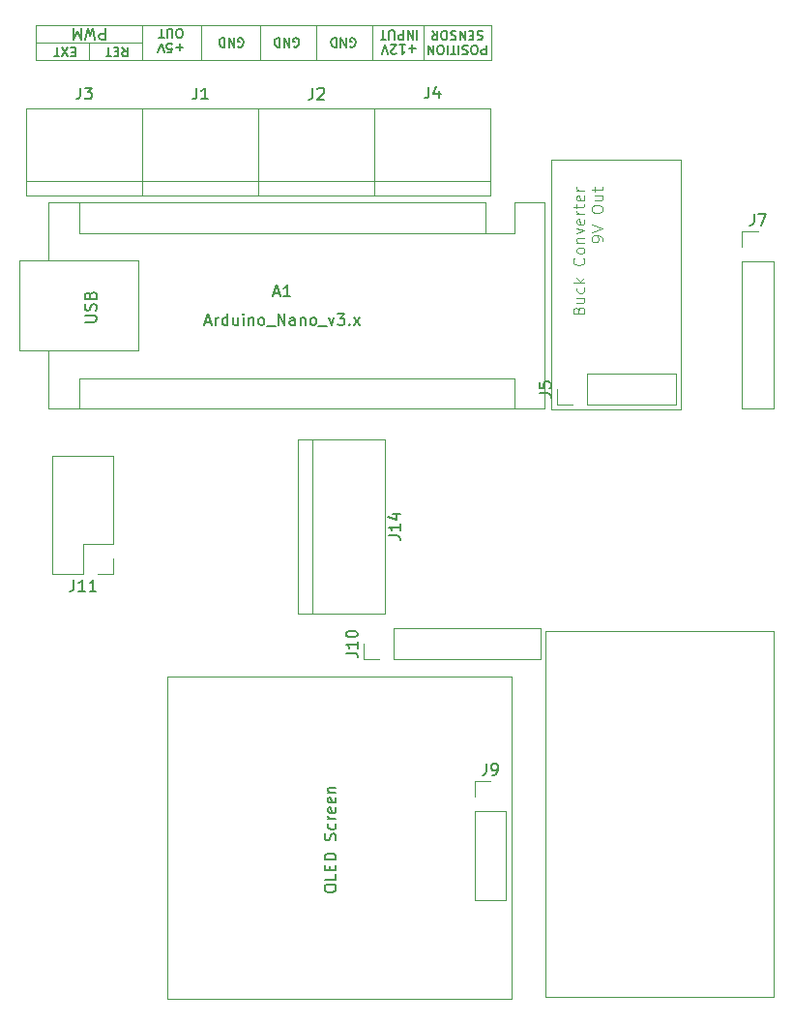
<source format=gto>
G04 #@! TF.GenerationSoftware,KiCad,Pcbnew,9.0.4*
G04 #@! TF.CreationDate,2025-10-29T14:56:39-04:00*
G04 #@! TF.ProjectId,ArduinoBoard,41726475-696e-46f4-926f-6172642e6b69,1*
G04 #@! TF.SameCoordinates,Original*
G04 #@! TF.FileFunction,Legend,Top*
G04 #@! TF.FilePolarity,Positive*
%FSLAX46Y46*%
G04 Gerber Fmt 4.6, Leading zero omitted, Abs format (unit mm)*
G04 Created by KiCad (PCBNEW 9.0.4) date 2025-10-29 14:56:39*
%MOMM*%
%LPD*%
G01*
G04 APERTURE LIST*
%ADD10C,0.200000*%
%ADD11C,0.100000*%
%ADD12C,0.150000*%
%ADD13C,0.120000*%
G04 APERTURE END LIST*
D10*
X48132142Y-42552352D02*
X47865476Y-42552352D01*
X47751190Y-42133304D02*
X48132142Y-42133304D01*
X48132142Y-42133304D02*
X48132142Y-42933304D01*
X48132142Y-42933304D02*
X47751190Y-42933304D01*
X47484523Y-42933304D02*
X46951189Y-42133304D01*
X46951189Y-42933304D02*
X47484523Y-42133304D01*
X46760713Y-42933304D02*
X46303570Y-42933304D01*
X46532142Y-42133304D02*
X46532142Y-42933304D01*
X69972219Y-115797143D02*
X69972219Y-115606667D01*
X69972219Y-115606667D02*
X70019838Y-115511429D01*
X70019838Y-115511429D02*
X70115076Y-115416191D01*
X70115076Y-115416191D02*
X70305552Y-115368572D01*
X70305552Y-115368572D02*
X70638885Y-115368572D01*
X70638885Y-115368572D02*
X70829361Y-115416191D01*
X70829361Y-115416191D02*
X70924600Y-115511429D01*
X70924600Y-115511429D02*
X70972219Y-115606667D01*
X70972219Y-115606667D02*
X70972219Y-115797143D01*
X70972219Y-115797143D02*
X70924600Y-115892381D01*
X70924600Y-115892381D02*
X70829361Y-115987619D01*
X70829361Y-115987619D02*
X70638885Y-116035238D01*
X70638885Y-116035238D02*
X70305552Y-116035238D01*
X70305552Y-116035238D02*
X70115076Y-115987619D01*
X70115076Y-115987619D02*
X70019838Y-115892381D01*
X70019838Y-115892381D02*
X69972219Y-115797143D01*
X70972219Y-114463810D02*
X70972219Y-114940000D01*
X70972219Y-114940000D02*
X69972219Y-114940000D01*
X70448409Y-114130476D02*
X70448409Y-113797143D01*
X70972219Y-113654286D02*
X70972219Y-114130476D01*
X70972219Y-114130476D02*
X69972219Y-114130476D01*
X69972219Y-114130476D02*
X69972219Y-113654286D01*
X70972219Y-113225714D02*
X69972219Y-113225714D01*
X69972219Y-113225714D02*
X69972219Y-112987619D01*
X69972219Y-112987619D02*
X70019838Y-112844762D01*
X70019838Y-112844762D02*
X70115076Y-112749524D01*
X70115076Y-112749524D02*
X70210314Y-112701905D01*
X70210314Y-112701905D02*
X70400790Y-112654286D01*
X70400790Y-112654286D02*
X70543647Y-112654286D01*
X70543647Y-112654286D02*
X70734123Y-112701905D01*
X70734123Y-112701905D02*
X70829361Y-112749524D01*
X70829361Y-112749524D02*
X70924600Y-112844762D01*
X70924600Y-112844762D02*
X70972219Y-112987619D01*
X70972219Y-112987619D02*
X70972219Y-113225714D01*
X70924600Y-111511428D02*
X70972219Y-111368571D01*
X70972219Y-111368571D02*
X70972219Y-111130476D01*
X70972219Y-111130476D02*
X70924600Y-111035238D01*
X70924600Y-111035238D02*
X70876980Y-110987619D01*
X70876980Y-110987619D02*
X70781742Y-110940000D01*
X70781742Y-110940000D02*
X70686504Y-110940000D01*
X70686504Y-110940000D02*
X70591266Y-110987619D01*
X70591266Y-110987619D02*
X70543647Y-111035238D01*
X70543647Y-111035238D02*
X70496028Y-111130476D01*
X70496028Y-111130476D02*
X70448409Y-111320952D01*
X70448409Y-111320952D02*
X70400790Y-111416190D01*
X70400790Y-111416190D02*
X70353171Y-111463809D01*
X70353171Y-111463809D02*
X70257933Y-111511428D01*
X70257933Y-111511428D02*
X70162695Y-111511428D01*
X70162695Y-111511428D02*
X70067457Y-111463809D01*
X70067457Y-111463809D02*
X70019838Y-111416190D01*
X70019838Y-111416190D02*
X69972219Y-111320952D01*
X69972219Y-111320952D02*
X69972219Y-111082857D01*
X69972219Y-111082857D02*
X70019838Y-110940000D01*
X70924600Y-110082857D02*
X70972219Y-110178095D01*
X70972219Y-110178095D02*
X70972219Y-110368571D01*
X70972219Y-110368571D02*
X70924600Y-110463809D01*
X70924600Y-110463809D02*
X70876980Y-110511428D01*
X70876980Y-110511428D02*
X70781742Y-110559047D01*
X70781742Y-110559047D02*
X70496028Y-110559047D01*
X70496028Y-110559047D02*
X70400790Y-110511428D01*
X70400790Y-110511428D02*
X70353171Y-110463809D01*
X70353171Y-110463809D02*
X70305552Y-110368571D01*
X70305552Y-110368571D02*
X70305552Y-110178095D01*
X70305552Y-110178095D02*
X70353171Y-110082857D01*
X70972219Y-109654285D02*
X70305552Y-109654285D01*
X70496028Y-109654285D02*
X70400790Y-109606666D01*
X70400790Y-109606666D02*
X70353171Y-109559047D01*
X70353171Y-109559047D02*
X70305552Y-109463809D01*
X70305552Y-109463809D02*
X70305552Y-109368571D01*
X70924600Y-108654285D02*
X70972219Y-108749523D01*
X70972219Y-108749523D02*
X70972219Y-108939999D01*
X70972219Y-108939999D02*
X70924600Y-109035237D01*
X70924600Y-109035237D02*
X70829361Y-109082856D01*
X70829361Y-109082856D02*
X70448409Y-109082856D01*
X70448409Y-109082856D02*
X70353171Y-109035237D01*
X70353171Y-109035237D02*
X70305552Y-108939999D01*
X70305552Y-108939999D02*
X70305552Y-108749523D01*
X70305552Y-108749523D02*
X70353171Y-108654285D01*
X70353171Y-108654285D02*
X70448409Y-108606666D01*
X70448409Y-108606666D02*
X70543647Y-108606666D01*
X70543647Y-108606666D02*
X70638885Y-109082856D01*
X70924600Y-107797142D02*
X70972219Y-107892380D01*
X70972219Y-107892380D02*
X70972219Y-108082856D01*
X70972219Y-108082856D02*
X70924600Y-108178094D01*
X70924600Y-108178094D02*
X70829361Y-108225713D01*
X70829361Y-108225713D02*
X70448409Y-108225713D01*
X70448409Y-108225713D02*
X70353171Y-108178094D01*
X70353171Y-108178094D02*
X70305552Y-108082856D01*
X70305552Y-108082856D02*
X70305552Y-107892380D01*
X70305552Y-107892380D02*
X70353171Y-107797142D01*
X70353171Y-107797142D02*
X70448409Y-107749523D01*
X70448409Y-107749523D02*
X70543647Y-107749523D01*
X70543647Y-107749523D02*
X70638885Y-108225713D01*
X70305552Y-107320951D02*
X70972219Y-107320951D01*
X70400790Y-107320951D02*
X70353171Y-107273332D01*
X70353171Y-107273332D02*
X70305552Y-107178094D01*
X70305552Y-107178094D02*
X70305552Y-107035237D01*
X70305552Y-107035237D02*
X70353171Y-106939999D01*
X70353171Y-106939999D02*
X70448409Y-106892380D01*
X70448409Y-106892380D02*
X70972219Y-106892380D01*
D11*
X89290104Y-93194000D02*
X109290104Y-93194000D01*
X109290104Y-125194000D01*
X89290104Y-125194000D01*
X89290104Y-93194000D01*
X89850000Y-52000000D02*
X101200000Y-52000000D01*
X101200000Y-73800000D01*
X89850000Y-73800000D01*
X89850000Y-52000000D01*
X56240104Y-97144000D02*
X86340104Y-97144000D01*
X86340104Y-125394000D01*
X56240104Y-125394000D01*
X56240104Y-97144000D01*
X78650000Y-43250000D02*
X78650000Y-40210000D01*
X44727500Y-40170000D02*
X54000000Y-40170000D01*
X54000000Y-43290000D01*
X44727500Y-43290000D01*
X44727500Y-40170000D01*
X44727500Y-41730000D02*
X54000000Y-41730000D01*
X69278750Y-43290000D02*
X69278750Y-40200000D01*
X64357500Y-40180000D02*
X74200000Y-40180000D01*
X74200000Y-43290000D01*
X64357500Y-43290000D01*
X64357500Y-40180000D01*
X59203750Y-43290000D02*
X59203750Y-40187500D01*
X54000000Y-40170000D02*
X64357500Y-40180000D01*
X49363750Y-43290000D02*
X49363750Y-41730000D01*
X74200000Y-40180000D02*
X84585000Y-40180000D01*
X84585000Y-43290000D01*
X74200000Y-43290000D01*
X74200000Y-40180000D01*
X54000000Y-43290000D02*
X64357500Y-43290000D01*
X92208533Y-65136934D02*
X92256152Y-64994077D01*
X92256152Y-64994077D02*
X92303771Y-64946458D01*
X92303771Y-64946458D02*
X92399009Y-64898839D01*
X92399009Y-64898839D02*
X92541866Y-64898839D01*
X92541866Y-64898839D02*
X92637104Y-64946458D01*
X92637104Y-64946458D02*
X92684724Y-64994077D01*
X92684724Y-64994077D02*
X92732343Y-65089315D01*
X92732343Y-65089315D02*
X92732343Y-65470267D01*
X92732343Y-65470267D02*
X91732343Y-65470267D01*
X91732343Y-65470267D02*
X91732343Y-65136934D01*
X91732343Y-65136934D02*
X91779962Y-65041696D01*
X91779962Y-65041696D02*
X91827581Y-64994077D01*
X91827581Y-64994077D02*
X91922819Y-64946458D01*
X91922819Y-64946458D02*
X92018057Y-64946458D01*
X92018057Y-64946458D02*
X92113295Y-64994077D01*
X92113295Y-64994077D02*
X92160914Y-65041696D01*
X92160914Y-65041696D02*
X92208533Y-65136934D01*
X92208533Y-65136934D02*
X92208533Y-65470267D01*
X92065676Y-64041696D02*
X92732343Y-64041696D01*
X92065676Y-64470267D02*
X92589485Y-64470267D01*
X92589485Y-64470267D02*
X92684724Y-64422648D01*
X92684724Y-64422648D02*
X92732343Y-64327410D01*
X92732343Y-64327410D02*
X92732343Y-64184553D01*
X92732343Y-64184553D02*
X92684724Y-64089315D01*
X92684724Y-64089315D02*
X92637104Y-64041696D01*
X92684724Y-63136934D02*
X92732343Y-63232172D01*
X92732343Y-63232172D02*
X92732343Y-63422648D01*
X92732343Y-63422648D02*
X92684724Y-63517886D01*
X92684724Y-63517886D02*
X92637104Y-63565505D01*
X92637104Y-63565505D02*
X92541866Y-63613124D01*
X92541866Y-63613124D02*
X92256152Y-63613124D01*
X92256152Y-63613124D02*
X92160914Y-63565505D01*
X92160914Y-63565505D02*
X92113295Y-63517886D01*
X92113295Y-63517886D02*
X92065676Y-63422648D01*
X92065676Y-63422648D02*
X92065676Y-63232172D01*
X92065676Y-63232172D02*
X92113295Y-63136934D01*
X92732343Y-62708362D02*
X91732343Y-62708362D01*
X92351390Y-62613124D02*
X92732343Y-62327410D01*
X92065676Y-62327410D02*
X92446628Y-62708362D01*
X92637104Y-60565505D02*
X92684724Y-60613124D01*
X92684724Y-60613124D02*
X92732343Y-60755981D01*
X92732343Y-60755981D02*
X92732343Y-60851219D01*
X92732343Y-60851219D02*
X92684724Y-60994076D01*
X92684724Y-60994076D02*
X92589485Y-61089314D01*
X92589485Y-61089314D02*
X92494247Y-61136933D01*
X92494247Y-61136933D02*
X92303771Y-61184552D01*
X92303771Y-61184552D02*
X92160914Y-61184552D01*
X92160914Y-61184552D02*
X91970438Y-61136933D01*
X91970438Y-61136933D02*
X91875200Y-61089314D01*
X91875200Y-61089314D02*
X91779962Y-60994076D01*
X91779962Y-60994076D02*
X91732343Y-60851219D01*
X91732343Y-60851219D02*
X91732343Y-60755981D01*
X91732343Y-60755981D02*
X91779962Y-60613124D01*
X91779962Y-60613124D02*
X91827581Y-60565505D01*
X92732343Y-59994076D02*
X92684724Y-60089314D01*
X92684724Y-60089314D02*
X92637104Y-60136933D01*
X92637104Y-60136933D02*
X92541866Y-60184552D01*
X92541866Y-60184552D02*
X92256152Y-60184552D01*
X92256152Y-60184552D02*
X92160914Y-60136933D01*
X92160914Y-60136933D02*
X92113295Y-60089314D01*
X92113295Y-60089314D02*
X92065676Y-59994076D01*
X92065676Y-59994076D02*
X92065676Y-59851219D01*
X92065676Y-59851219D02*
X92113295Y-59755981D01*
X92113295Y-59755981D02*
X92160914Y-59708362D01*
X92160914Y-59708362D02*
X92256152Y-59660743D01*
X92256152Y-59660743D02*
X92541866Y-59660743D01*
X92541866Y-59660743D02*
X92637104Y-59708362D01*
X92637104Y-59708362D02*
X92684724Y-59755981D01*
X92684724Y-59755981D02*
X92732343Y-59851219D01*
X92732343Y-59851219D02*
X92732343Y-59994076D01*
X92065676Y-59232171D02*
X92732343Y-59232171D01*
X92160914Y-59232171D02*
X92113295Y-59184552D01*
X92113295Y-59184552D02*
X92065676Y-59089314D01*
X92065676Y-59089314D02*
X92065676Y-58946457D01*
X92065676Y-58946457D02*
X92113295Y-58851219D01*
X92113295Y-58851219D02*
X92208533Y-58803600D01*
X92208533Y-58803600D02*
X92732343Y-58803600D01*
X92065676Y-58422647D02*
X92732343Y-58184552D01*
X92732343Y-58184552D02*
X92065676Y-57946457D01*
X92684724Y-57184552D02*
X92732343Y-57279790D01*
X92732343Y-57279790D02*
X92732343Y-57470266D01*
X92732343Y-57470266D02*
X92684724Y-57565504D01*
X92684724Y-57565504D02*
X92589485Y-57613123D01*
X92589485Y-57613123D02*
X92208533Y-57613123D01*
X92208533Y-57613123D02*
X92113295Y-57565504D01*
X92113295Y-57565504D02*
X92065676Y-57470266D01*
X92065676Y-57470266D02*
X92065676Y-57279790D01*
X92065676Y-57279790D02*
X92113295Y-57184552D01*
X92113295Y-57184552D02*
X92208533Y-57136933D01*
X92208533Y-57136933D02*
X92303771Y-57136933D01*
X92303771Y-57136933D02*
X92399009Y-57613123D01*
X92732343Y-56708361D02*
X92065676Y-56708361D01*
X92256152Y-56708361D02*
X92160914Y-56660742D01*
X92160914Y-56660742D02*
X92113295Y-56613123D01*
X92113295Y-56613123D02*
X92065676Y-56517885D01*
X92065676Y-56517885D02*
X92065676Y-56422647D01*
X92065676Y-56232170D02*
X92065676Y-55851218D01*
X91732343Y-56089313D02*
X92589485Y-56089313D01*
X92589485Y-56089313D02*
X92684724Y-56041694D01*
X92684724Y-56041694D02*
X92732343Y-55946456D01*
X92732343Y-55946456D02*
X92732343Y-55851218D01*
X92684724Y-55136932D02*
X92732343Y-55232170D01*
X92732343Y-55232170D02*
X92732343Y-55422646D01*
X92732343Y-55422646D02*
X92684724Y-55517884D01*
X92684724Y-55517884D02*
X92589485Y-55565503D01*
X92589485Y-55565503D02*
X92208533Y-55565503D01*
X92208533Y-55565503D02*
X92113295Y-55517884D01*
X92113295Y-55517884D02*
X92065676Y-55422646D01*
X92065676Y-55422646D02*
X92065676Y-55232170D01*
X92065676Y-55232170D02*
X92113295Y-55136932D01*
X92113295Y-55136932D02*
X92208533Y-55089313D01*
X92208533Y-55089313D02*
X92303771Y-55089313D01*
X92303771Y-55089313D02*
X92399009Y-55565503D01*
X92732343Y-54660741D02*
X92065676Y-54660741D01*
X92256152Y-54660741D02*
X92160914Y-54613122D01*
X92160914Y-54613122D02*
X92113295Y-54565503D01*
X92113295Y-54565503D02*
X92065676Y-54470265D01*
X92065676Y-54470265D02*
X92065676Y-54375027D01*
X94342287Y-59089313D02*
X94342287Y-58898837D01*
X94342287Y-58898837D02*
X94294668Y-58803599D01*
X94294668Y-58803599D02*
X94247048Y-58755980D01*
X94247048Y-58755980D02*
X94104191Y-58660742D01*
X94104191Y-58660742D02*
X93913715Y-58613123D01*
X93913715Y-58613123D02*
X93532763Y-58613123D01*
X93532763Y-58613123D02*
X93437525Y-58660742D01*
X93437525Y-58660742D02*
X93389906Y-58708361D01*
X93389906Y-58708361D02*
X93342287Y-58803599D01*
X93342287Y-58803599D02*
X93342287Y-58994075D01*
X93342287Y-58994075D02*
X93389906Y-59089313D01*
X93389906Y-59089313D02*
X93437525Y-59136932D01*
X93437525Y-59136932D02*
X93532763Y-59184551D01*
X93532763Y-59184551D02*
X93770858Y-59184551D01*
X93770858Y-59184551D02*
X93866096Y-59136932D01*
X93866096Y-59136932D02*
X93913715Y-59089313D01*
X93913715Y-59089313D02*
X93961334Y-58994075D01*
X93961334Y-58994075D02*
X93961334Y-58803599D01*
X93961334Y-58803599D02*
X93913715Y-58708361D01*
X93913715Y-58708361D02*
X93866096Y-58660742D01*
X93866096Y-58660742D02*
X93770858Y-58613123D01*
X93342287Y-58327408D02*
X94342287Y-57994075D01*
X94342287Y-57994075D02*
X93342287Y-57660742D01*
X93342287Y-56375027D02*
X93342287Y-56184551D01*
X93342287Y-56184551D02*
X93389906Y-56089313D01*
X93389906Y-56089313D02*
X93485144Y-55994075D01*
X93485144Y-55994075D02*
X93675620Y-55946456D01*
X93675620Y-55946456D02*
X94008953Y-55946456D01*
X94008953Y-55946456D02*
X94199429Y-55994075D01*
X94199429Y-55994075D02*
X94294668Y-56089313D01*
X94294668Y-56089313D02*
X94342287Y-56184551D01*
X94342287Y-56184551D02*
X94342287Y-56375027D01*
X94342287Y-56375027D02*
X94294668Y-56470265D01*
X94294668Y-56470265D02*
X94199429Y-56565503D01*
X94199429Y-56565503D02*
X94008953Y-56613122D01*
X94008953Y-56613122D02*
X93675620Y-56613122D01*
X93675620Y-56613122D02*
X93485144Y-56565503D01*
X93485144Y-56565503D02*
X93389906Y-56470265D01*
X93389906Y-56470265D02*
X93342287Y-56375027D01*
X93675620Y-55089313D02*
X94342287Y-55089313D01*
X93675620Y-55517884D02*
X94199429Y-55517884D01*
X94199429Y-55517884D02*
X94294668Y-55470265D01*
X94294668Y-55470265D02*
X94342287Y-55375027D01*
X94342287Y-55375027D02*
X94342287Y-55232170D01*
X94342287Y-55232170D02*
X94294668Y-55136932D01*
X94294668Y-55136932D02*
X94247048Y-55089313D01*
X93675620Y-54755979D02*
X93675620Y-54375027D01*
X93342287Y-54613122D02*
X94199429Y-54613122D01*
X94199429Y-54613122D02*
X94294668Y-54565503D01*
X94294668Y-54565503D02*
X94342287Y-54470265D01*
X94342287Y-54470265D02*
X94342287Y-54375027D01*
D10*
X72233898Y-42070209D02*
X72310088Y-42108304D01*
X72310088Y-42108304D02*
X72424374Y-42108304D01*
X72424374Y-42108304D02*
X72538660Y-42070209D01*
X72538660Y-42070209D02*
X72614850Y-41994019D01*
X72614850Y-41994019D02*
X72652945Y-41917828D01*
X72652945Y-41917828D02*
X72691041Y-41765447D01*
X72691041Y-41765447D02*
X72691041Y-41651161D01*
X72691041Y-41651161D02*
X72652945Y-41498780D01*
X72652945Y-41498780D02*
X72614850Y-41422590D01*
X72614850Y-41422590D02*
X72538660Y-41346400D01*
X72538660Y-41346400D02*
X72424374Y-41308304D01*
X72424374Y-41308304D02*
X72348183Y-41308304D01*
X72348183Y-41308304D02*
X72233898Y-41346400D01*
X72233898Y-41346400D02*
X72195802Y-41384495D01*
X72195802Y-41384495D02*
X72195802Y-41651161D01*
X72195802Y-41651161D02*
X72348183Y-41651161D01*
X71852945Y-41308304D02*
X71852945Y-42108304D01*
X71852945Y-42108304D02*
X71395802Y-41308304D01*
X71395802Y-41308304D02*
X71395802Y-42108304D01*
X71014850Y-41308304D02*
X71014850Y-42108304D01*
X71014850Y-42108304D02*
X70824374Y-42108304D01*
X70824374Y-42108304D02*
X70710088Y-42070209D01*
X70710088Y-42070209D02*
X70633898Y-41994019D01*
X70633898Y-41994019D02*
X70595803Y-41917828D01*
X70595803Y-41917828D02*
X70557707Y-41765447D01*
X70557707Y-41765447D02*
X70557707Y-41651161D01*
X70557707Y-41651161D02*
X70595803Y-41498780D01*
X70595803Y-41498780D02*
X70633898Y-41422590D01*
X70633898Y-41422590D02*
X70710088Y-41346400D01*
X70710088Y-41346400D02*
X70824374Y-41308304D01*
X70824374Y-41308304D02*
X71014850Y-41308304D01*
X62433898Y-42070209D02*
X62510088Y-42108304D01*
X62510088Y-42108304D02*
X62624374Y-42108304D01*
X62624374Y-42108304D02*
X62738660Y-42070209D01*
X62738660Y-42070209D02*
X62814850Y-41994019D01*
X62814850Y-41994019D02*
X62852945Y-41917828D01*
X62852945Y-41917828D02*
X62891041Y-41765447D01*
X62891041Y-41765447D02*
X62891041Y-41651161D01*
X62891041Y-41651161D02*
X62852945Y-41498780D01*
X62852945Y-41498780D02*
X62814850Y-41422590D01*
X62814850Y-41422590D02*
X62738660Y-41346400D01*
X62738660Y-41346400D02*
X62624374Y-41308304D01*
X62624374Y-41308304D02*
X62548183Y-41308304D01*
X62548183Y-41308304D02*
X62433898Y-41346400D01*
X62433898Y-41346400D02*
X62395802Y-41384495D01*
X62395802Y-41384495D02*
X62395802Y-41651161D01*
X62395802Y-41651161D02*
X62548183Y-41651161D01*
X62052945Y-41308304D02*
X62052945Y-42108304D01*
X62052945Y-42108304D02*
X61595802Y-41308304D01*
X61595802Y-41308304D02*
X61595802Y-42108304D01*
X61214850Y-41308304D02*
X61214850Y-42108304D01*
X61214850Y-42108304D02*
X61024374Y-42108304D01*
X61024374Y-42108304D02*
X60910088Y-42070209D01*
X60910088Y-42070209D02*
X60833898Y-41994019D01*
X60833898Y-41994019D02*
X60795803Y-41917828D01*
X60795803Y-41917828D02*
X60757707Y-41765447D01*
X60757707Y-41765447D02*
X60757707Y-41651161D01*
X60757707Y-41651161D02*
X60795803Y-41498780D01*
X60795803Y-41498780D02*
X60833898Y-41422590D01*
X60833898Y-41422590D02*
X60910088Y-41346400D01*
X60910088Y-41346400D02*
X61024374Y-41308304D01*
X61024374Y-41308304D02*
X61214850Y-41308304D01*
X52269047Y-42108304D02*
X52535714Y-42489257D01*
X52726190Y-42108304D02*
X52726190Y-42908304D01*
X52726190Y-42908304D02*
X52421428Y-42908304D01*
X52421428Y-42908304D02*
X52345238Y-42870209D01*
X52345238Y-42870209D02*
X52307143Y-42832114D01*
X52307143Y-42832114D02*
X52269047Y-42755923D01*
X52269047Y-42755923D02*
X52269047Y-42641638D01*
X52269047Y-42641638D02*
X52307143Y-42565447D01*
X52307143Y-42565447D02*
X52345238Y-42527352D01*
X52345238Y-42527352D02*
X52421428Y-42489257D01*
X52421428Y-42489257D02*
X52726190Y-42489257D01*
X51926190Y-42527352D02*
X51659524Y-42527352D01*
X51545238Y-42108304D02*
X51926190Y-42108304D01*
X51926190Y-42108304D02*
X51926190Y-42908304D01*
X51926190Y-42908304D02*
X51545238Y-42908304D01*
X51316666Y-42908304D02*
X50859523Y-42908304D01*
X51088095Y-42108304D02*
X51088095Y-42908304D01*
X67283898Y-42070209D02*
X67360088Y-42108304D01*
X67360088Y-42108304D02*
X67474374Y-42108304D01*
X67474374Y-42108304D02*
X67588660Y-42070209D01*
X67588660Y-42070209D02*
X67664850Y-41994019D01*
X67664850Y-41994019D02*
X67702945Y-41917828D01*
X67702945Y-41917828D02*
X67741041Y-41765447D01*
X67741041Y-41765447D02*
X67741041Y-41651161D01*
X67741041Y-41651161D02*
X67702945Y-41498780D01*
X67702945Y-41498780D02*
X67664850Y-41422590D01*
X67664850Y-41422590D02*
X67588660Y-41346400D01*
X67588660Y-41346400D02*
X67474374Y-41308304D01*
X67474374Y-41308304D02*
X67398183Y-41308304D01*
X67398183Y-41308304D02*
X67283898Y-41346400D01*
X67283898Y-41346400D02*
X67245802Y-41384495D01*
X67245802Y-41384495D02*
X67245802Y-41651161D01*
X67245802Y-41651161D02*
X67398183Y-41651161D01*
X66902945Y-41308304D02*
X66902945Y-42108304D01*
X66902945Y-42108304D02*
X66445802Y-41308304D01*
X66445802Y-41308304D02*
X66445802Y-42108304D01*
X66064850Y-41308304D02*
X66064850Y-42108304D01*
X66064850Y-42108304D02*
X65874374Y-42108304D01*
X65874374Y-42108304D02*
X65760088Y-42070209D01*
X65760088Y-42070209D02*
X65683898Y-41994019D01*
X65683898Y-41994019D02*
X65645803Y-41917828D01*
X65645803Y-41917828D02*
X65607707Y-41765447D01*
X65607707Y-41765447D02*
X65607707Y-41651161D01*
X65607707Y-41651161D02*
X65645803Y-41498780D01*
X65645803Y-41498780D02*
X65683898Y-41422590D01*
X65683898Y-41422590D02*
X65760088Y-41346400D01*
X65760088Y-41346400D02*
X65874374Y-41308304D01*
X65874374Y-41308304D02*
X66064850Y-41308304D01*
X84133332Y-41964281D02*
X84133332Y-42764281D01*
X84133332Y-42764281D02*
X83828570Y-42764281D01*
X83828570Y-42764281D02*
X83752380Y-42726186D01*
X83752380Y-42726186D02*
X83714285Y-42688091D01*
X83714285Y-42688091D02*
X83676189Y-42611900D01*
X83676189Y-42611900D02*
X83676189Y-42497615D01*
X83676189Y-42497615D02*
X83714285Y-42421424D01*
X83714285Y-42421424D02*
X83752380Y-42383329D01*
X83752380Y-42383329D02*
X83828570Y-42345234D01*
X83828570Y-42345234D02*
X84133332Y-42345234D01*
X83180951Y-42764281D02*
X83028570Y-42764281D01*
X83028570Y-42764281D02*
X82952380Y-42726186D01*
X82952380Y-42726186D02*
X82876189Y-42649996D01*
X82876189Y-42649996D02*
X82838094Y-42497615D01*
X82838094Y-42497615D02*
X82838094Y-42230948D01*
X82838094Y-42230948D02*
X82876189Y-42078567D01*
X82876189Y-42078567D02*
X82952380Y-42002377D01*
X82952380Y-42002377D02*
X83028570Y-41964281D01*
X83028570Y-41964281D02*
X83180951Y-41964281D01*
X83180951Y-41964281D02*
X83257142Y-42002377D01*
X83257142Y-42002377D02*
X83333332Y-42078567D01*
X83333332Y-42078567D02*
X83371428Y-42230948D01*
X83371428Y-42230948D02*
X83371428Y-42497615D01*
X83371428Y-42497615D02*
X83333332Y-42649996D01*
X83333332Y-42649996D02*
X83257142Y-42726186D01*
X83257142Y-42726186D02*
X83180951Y-42764281D01*
X82533333Y-42002377D02*
X82419047Y-41964281D01*
X82419047Y-41964281D02*
X82228571Y-41964281D01*
X82228571Y-41964281D02*
X82152380Y-42002377D01*
X82152380Y-42002377D02*
X82114285Y-42040472D01*
X82114285Y-42040472D02*
X82076190Y-42116662D01*
X82076190Y-42116662D02*
X82076190Y-42192853D01*
X82076190Y-42192853D02*
X82114285Y-42269043D01*
X82114285Y-42269043D02*
X82152380Y-42307138D01*
X82152380Y-42307138D02*
X82228571Y-42345234D01*
X82228571Y-42345234D02*
X82380952Y-42383329D01*
X82380952Y-42383329D02*
X82457142Y-42421424D01*
X82457142Y-42421424D02*
X82495237Y-42459519D01*
X82495237Y-42459519D02*
X82533333Y-42535710D01*
X82533333Y-42535710D02*
X82533333Y-42611900D01*
X82533333Y-42611900D02*
X82495237Y-42688091D01*
X82495237Y-42688091D02*
X82457142Y-42726186D01*
X82457142Y-42726186D02*
X82380952Y-42764281D01*
X82380952Y-42764281D02*
X82190475Y-42764281D01*
X82190475Y-42764281D02*
X82076190Y-42726186D01*
X81733332Y-41964281D02*
X81733332Y-42764281D01*
X81466666Y-42764281D02*
X81009523Y-42764281D01*
X81238095Y-41964281D02*
X81238095Y-42764281D01*
X80742856Y-41964281D02*
X80742856Y-42764281D01*
X80209523Y-42764281D02*
X80057142Y-42764281D01*
X80057142Y-42764281D02*
X79980952Y-42726186D01*
X79980952Y-42726186D02*
X79904761Y-42649996D01*
X79904761Y-42649996D02*
X79866666Y-42497615D01*
X79866666Y-42497615D02*
X79866666Y-42230948D01*
X79866666Y-42230948D02*
X79904761Y-42078567D01*
X79904761Y-42078567D02*
X79980952Y-42002377D01*
X79980952Y-42002377D02*
X80057142Y-41964281D01*
X80057142Y-41964281D02*
X80209523Y-41964281D01*
X80209523Y-41964281D02*
X80285714Y-42002377D01*
X80285714Y-42002377D02*
X80361904Y-42078567D01*
X80361904Y-42078567D02*
X80400000Y-42230948D01*
X80400000Y-42230948D02*
X80400000Y-42497615D01*
X80400000Y-42497615D02*
X80361904Y-42649996D01*
X80361904Y-42649996D02*
X80285714Y-42726186D01*
X80285714Y-42726186D02*
X80209523Y-42764281D01*
X79523809Y-41964281D02*
X79523809Y-42764281D01*
X79523809Y-42764281D02*
X79066666Y-41964281D01*
X79066666Y-41964281D02*
X79066666Y-42764281D01*
X83809524Y-40714422D02*
X83695238Y-40676326D01*
X83695238Y-40676326D02*
X83504762Y-40676326D01*
X83504762Y-40676326D02*
X83428571Y-40714422D01*
X83428571Y-40714422D02*
X83390476Y-40752517D01*
X83390476Y-40752517D02*
X83352381Y-40828707D01*
X83352381Y-40828707D02*
X83352381Y-40904898D01*
X83352381Y-40904898D02*
X83390476Y-40981088D01*
X83390476Y-40981088D02*
X83428571Y-41019183D01*
X83428571Y-41019183D02*
X83504762Y-41057279D01*
X83504762Y-41057279D02*
X83657143Y-41095374D01*
X83657143Y-41095374D02*
X83733333Y-41133469D01*
X83733333Y-41133469D02*
X83771428Y-41171564D01*
X83771428Y-41171564D02*
X83809524Y-41247755D01*
X83809524Y-41247755D02*
X83809524Y-41323945D01*
X83809524Y-41323945D02*
X83771428Y-41400136D01*
X83771428Y-41400136D02*
X83733333Y-41438231D01*
X83733333Y-41438231D02*
X83657143Y-41476326D01*
X83657143Y-41476326D02*
X83466666Y-41476326D01*
X83466666Y-41476326D02*
X83352381Y-41438231D01*
X83009523Y-41095374D02*
X82742857Y-41095374D01*
X82628571Y-40676326D02*
X83009523Y-40676326D01*
X83009523Y-40676326D02*
X83009523Y-41476326D01*
X83009523Y-41476326D02*
X82628571Y-41476326D01*
X82285713Y-40676326D02*
X82285713Y-41476326D01*
X82285713Y-41476326D02*
X81828570Y-40676326D01*
X81828570Y-40676326D02*
X81828570Y-41476326D01*
X81485714Y-40714422D02*
X81371428Y-40676326D01*
X81371428Y-40676326D02*
X81180952Y-40676326D01*
X81180952Y-40676326D02*
X81104761Y-40714422D01*
X81104761Y-40714422D02*
X81066666Y-40752517D01*
X81066666Y-40752517D02*
X81028571Y-40828707D01*
X81028571Y-40828707D02*
X81028571Y-40904898D01*
X81028571Y-40904898D02*
X81066666Y-40981088D01*
X81066666Y-40981088D02*
X81104761Y-41019183D01*
X81104761Y-41019183D02*
X81180952Y-41057279D01*
X81180952Y-41057279D02*
X81333333Y-41095374D01*
X81333333Y-41095374D02*
X81409523Y-41133469D01*
X81409523Y-41133469D02*
X81447618Y-41171564D01*
X81447618Y-41171564D02*
X81485714Y-41247755D01*
X81485714Y-41247755D02*
X81485714Y-41323945D01*
X81485714Y-41323945D02*
X81447618Y-41400136D01*
X81447618Y-41400136D02*
X81409523Y-41438231D01*
X81409523Y-41438231D02*
X81333333Y-41476326D01*
X81333333Y-41476326D02*
X81142856Y-41476326D01*
X81142856Y-41476326D02*
X81028571Y-41438231D01*
X80533332Y-41476326D02*
X80380951Y-41476326D01*
X80380951Y-41476326D02*
X80304761Y-41438231D01*
X80304761Y-41438231D02*
X80228570Y-41362041D01*
X80228570Y-41362041D02*
X80190475Y-41209660D01*
X80190475Y-41209660D02*
X80190475Y-40942993D01*
X80190475Y-40942993D02*
X80228570Y-40790612D01*
X80228570Y-40790612D02*
X80304761Y-40714422D01*
X80304761Y-40714422D02*
X80380951Y-40676326D01*
X80380951Y-40676326D02*
X80533332Y-40676326D01*
X80533332Y-40676326D02*
X80609523Y-40714422D01*
X80609523Y-40714422D02*
X80685713Y-40790612D01*
X80685713Y-40790612D02*
X80723809Y-40942993D01*
X80723809Y-40942993D02*
X80723809Y-41209660D01*
X80723809Y-41209660D02*
X80685713Y-41362041D01*
X80685713Y-41362041D02*
X80609523Y-41438231D01*
X80609523Y-41438231D02*
X80533332Y-41476326D01*
X79390475Y-40676326D02*
X79657142Y-41057279D01*
X79847618Y-40676326D02*
X79847618Y-41476326D01*
X79847618Y-41476326D02*
X79542856Y-41476326D01*
X79542856Y-41476326D02*
X79466666Y-41438231D01*
X79466666Y-41438231D02*
X79428571Y-41400136D01*
X79428571Y-41400136D02*
X79390475Y-41323945D01*
X79390475Y-41323945D02*
X79390475Y-41209660D01*
X79390475Y-41209660D02*
X79428571Y-41133469D01*
X79428571Y-41133469D02*
X79466666Y-41095374D01*
X79466666Y-41095374D02*
X79542856Y-41057279D01*
X79542856Y-41057279D02*
X79847618Y-41057279D01*
X50804761Y-40447780D02*
X50804761Y-41447780D01*
X50804761Y-41447780D02*
X50423809Y-41447780D01*
X50423809Y-41447780D02*
X50328571Y-41400161D01*
X50328571Y-41400161D02*
X50280952Y-41352542D01*
X50280952Y-41352542D02*
X50233333Y-41257304D01*
X50233333Y-41257304D02*
X50233333Y-41114447D01*
X50233333Y-41114447D02*
X50280952Y-41019209D01*
X50280952Y-41019209D02*
X50328571Y-40971590D01*
X50328571Y-40971590D02*
X50423809Y-40923971D01*
X50423809Y-40923971D02*
X50804761Y-40923971D01*
X49899999Y-41447780D02*
X49661904Y-40447780D01*
X49661904Y-40447780D02*
X49471428Y-41162066D01*
X49471428Y-41162066D02*
X49280952Y-40447780D01*
X49280952Y-40447780D02*
X49042857Y-41447780D01*
X48661904Y-40447780D02*
X48661904Y-41447780D01*
X48661904Y-41447780D02*
X48328571Y-40733495D01*
X48328571Y-40733495D02*
X47995238Y-41447780D01*
X47995238Y-41447780D02*
X47995238Y-40447780D01*
X57578570Y-42109043D02*
X56969047Y-42109043D01*
X57273808Y-41804281D02*
X57273808Y-42413805D01*
X56207142Y-42604281D02*
X56588094Y-42604281D01*
X56588094Y-42604281D02*
X56626190Y-42223329D01*
X56626190Y-42223329D02*
X56588094Y-42261424D01*
X56588094Y-42261424D02*
X56511904Y-42299519D01*
X56511904Y-42299519D02*
X56321428Y-42299519D01*
X56321428Y-42299519D02*
X56245237Y-42261424D01*
X56245237Y-42261424D02*
X56207142Y-42223329D01*
X56207142Y-42223329D02*
X56169047Y-42147138D01*
X56169047Y-42147138D02*
X56169047Y-41956662D01*
X56169047Y-41956662D02*
X56207142Y-41880472D01*
X56207142Y-41880472D02*
X56245237Y-41842377D01*
X56245237Y-41842377D02*
X56321428Y-41804281D01*
X56321428Y-41804281D02*
X56511904Y-41804281D01*
X56511904Y-41804281D02*
X56588094Y-41842377D01*
X56588094Y-41842377D02*
X56626190Y-41880472D01*
X55940475Y-42604281D02*
X55673808Y-41804281D01*
X55673808Y-41804281D02*
X55407142Y-42604281D01*
X57349999Y-41316326D02*
X57197618Y-41316326D01*
X57197618Y-41316326D02*
X57121428Y-41278231D01*
X57121428Y-41278231D02*
X57045237Y-41202041D01*
X57045237Y-41202041D02*
X57007142Y-41049660D01*
X57007142Y-41049660D02*
X57007142Y-40782993D01*
X57007142Y-40782993D02*
X57045237Y-40630612D01*
X57045237Y-40630612D02*
X57121428Y-40554422D01*
X57121428Y-40554422D02*
X57197618Y-40516326D01*
X57197618Y-40516326D02*
X57349999Y-40516326D01*
X57349999Y-40516326D02*
X57426190Y-40554422D01*
X57426190Y-40554422D02*
X57502380Y-40630612D01*
X57502380Y-40630612D02*
X57540476Y-40782993D01*
X57540476Y-40782993D02*
X57540476Y-41049660D01*
X57540476Y-41049660D02*
X57502380Y-41202041D01*
X57502380Y-41202041D02*
X57426190Y-41278231D01*
X57426190Y-41278231D02*
X57349999Y-41316326D01*
X56664285Y-41316326D02*
X56664285Y-40668707D01*
X56664285Y-40668707D02*
X56626190Y-40592517D01*
X56626190Y-40592517D02*
X56588095Y-40554422D01*
X56588095Y-40554422D02*
X56511904Y-40516326D01*
X56511904Y-40516326D02*
X56359523Y-40516326D01*
X56359523Y-40516326D02*
X56283333Y-40554422D01*
X56283333Y-40554422D02*
X56245238Y-40592517D01*
X56245238Y-40592517D02*
X56207142Y-40668707D01*
X56207142Y-40668707D02*
X56207142Y-41316326D01*
X55940476Y-41316326D02*
X55483333Y-41316326D01*
X55711905Y-40516326D02*
X55711905Y-41316326D01*
X77959523Y-42239043D02*
X77350000Y-42239043D01*
X77654761Y-41934281D02*
X77654761Y-42543805D01*
X76550000Y-41934281D02*
X77007143Y-41934281D01*
X76778571Y-41934281D02*
X76778571Y-42734281D01*
X76778571Y-42734281D02*
X76854762Y-42619996D01*
X76854762Y-42619996D02*
X76930952Y-42543805D01*
X76930952Y-42543805D02*
X77007143Y-42505710D01*
X76245238Y-42658091D02*
X76207142Y-42696186D01*
X76207142Y-42696186D02*
X76130952Y-42734281D01*
X76130952Y-42734281D02*
X75940476Y-42734281D01*
X75940476Y-42734281D02*
X75864285Y-42696186D01*
X75864285Y-42696186D02*
X75826190Y-42658091D01*
X75826190Y-42658091D02*
X75788095Y-42581900D01*
X75788095Y-42581900D02*
X75788095Y-42505710D01*
X75788095Y-42505710D02*
X75826190Y-42391424D01*
X75826190Y-42391424D02*
X76283333Y-41934281D01*
X76283333Y-41934281D02*
X75788095Y-41934281D01*
X75559523Y-42734281D02*
X75292856Y-41934281D01*
X75292856Y-41934281D02*
X75026190Y-42734281D01*
X78092856Y-40646326D02*
X78092856Y-41446326D01*
X77711904Y-40646326D02*
X77711904Y-41446326D01*
X77711904Y-41446326D02*
X77254761Y-40646326D01*
X77254761Y-40646326D02*
X77254761Y-41446326D01*
X76873809Y-40646326D02*
X76873809Y-41446326D01*
X76873809Y-41446326D02*
X76569047Y-41446326D01*
X76569047Y-41446326D02*
X76492857Y-41408231D01*
X76492857Y-41408231D02*
X76454762Y-41370136D01*
X76454762Y-41370136D02*
X76416666Y-41293945D01*
X76416666Y-41293945D02*
X76416666Y-41179660D01*
X76416666Y-41179660D02*
X76454762Y-41103469D01*
X76454762Y-41103469D02*
X76492857Y-41065374D01*
X76492857Y-41065374D02*
X76569047Y-41027279D01*
X76569047Y-41027279D02*
X76873809Y-41027279D01*
X76073809Y-41446326D02*
X76073809Y-40798707D01*
X76073809Y-40798707D02*
X76035714Y-40722517D01*
X76035714Y-40722517D02*
X75997619Y-40684422D01*
X75997619Y-40684422D02*
X75921428Y-40646326D01*
X75921428Y-40646326D02*
X75769047Y-40646326D01*
X75769047Y-40646326D02*
X75692857Y-40684422D01*
X75692857Y-40684422D02*
X75654762Y-40722517D01*
X75654762Y-40722517D02*
X75616666Y-40798707D01*
X75616666Y-40798707D02*
X75616666Y-41446326D01*
X75350000Y-41446326D02*
X74892857Y-41446326D01*
X75121429Y-40646326D02*
X75121429Y-41446326D01*
D12*
X71864819Y-95129523D02*
X72579104Y-95129523D01*
X72579104Y-95129523D02*
X72721961Y-95177142D01*
X72721961Y-95177142D02*
X72817200Y-95272380D01*
X72817200Y-95272380D02*
X72864819Y-95415237D01*
X72864819Y-95415237D02*
X72864819Y-95510475D01*
X72864819Y-94129523D02*
X72864819Y-94700951D01*
X72864819Y-94415237D02*
X71864819Y-94415237D01*
X71864819Y-94415237D02*
X72007676Y-94510475D01*
X72007676Y-94510475D02*
X72102914Y-94605713D01*
X72102914Y-94605713D02*
X72150533Y-94700951D01*
X71864819Y-93510475D02*
X71864819Y-93415237D01*
X71864819Y-93415237D02*
X71912438Y-93319999D01*
X71912438Y-93319999D02*
X71960057Y-93272380D01*
X71960057Y-93272380D02*
X72055295Y-93224761D01*
X72055295Y-93224761D02*
X72245771Y-93177142D01*
X72245771Y-93177142D02*
X72483866Y-93177142D01*
X72483866Y-93177142D02*
X72674342Y-93224761D01*
X72674342Y-93224761D02*
X72769580Y-93272380D01*
X72769580Y-93272380D02*
X72817200Y-93319999D01*
X72817200Y-93319999D02*
X72864819Y-93415237D01*
X72864819Y-93415237D02*
X72864819Y-93510475D01*
X72864819Y-93510475D02*
X72817200Y-93605713D01*
X72817200Y-93605713D02*
X72769580Y-93653332D01*
X72769580Y-93653332D02*
X72674342Y-93700951D01*
X72674342Y-93700951D02*
X72483866Y-93748570D01*
X72483866Y-93748570D02*
X72245771Y-93748570D01*
X72245771Y-93748570D02*
X72055295Y-93700951D01*
X72055295Y-93700951D02*
X71960057Y-93653332D01*
X71960057Y-93653332D02*
X71912438Y-93605713D01*
X71912438Y-93605713D02*
X71864819Y-93510475D01*
X58776666Y-45671819D02*
X58776666Y-46386104D01*
X58776666Y-46386104D02*
X58729047Y-46528961D01*
X58729047Y-46528961D02*
X58633809Y-46624200D01*
X58633809Y-46624200D02*
X58490952Y-46671819D01*
X58490952Y-46671819D02*
X58395714Y-46671819D01*
X59776666Y-46671819D02*
X59205238Y-46671819D01*
X59490952Y-46671819D02*
X59490952Y-45671819D01*
X59490952Y-45671819D02*
X59395714Y-45814676D01*
X59395714Y-45814676D02*
X59300476Y-45909914D01*
X59300476Y-45909914D02*
X59205238Y-45957533D01*
X88784819Y-72385833D02*
X89499104Y-72385833D01*
X89499104Y-72385833D02*
X89641961Y-72433452D01*
X89641961Y-72433452D02*
X89737200Y-72528690D01*
X89737200Y-72528690D02*
X89784819Y-72671547D01*
X89784819Y-72671547D02*
X89784819Y-72766785D01*
X88784819Y-71433452D02*
X88784819Y-71909642D01*
X88784819Y-71909642D02*
X89261009Y-71957261D01*
X89261009Y-71957261D02*
X89213390Y-71909642D01*
X89213390Y-71909642D02*
X89165771Y-71814404D01*
X89165771Y-71814404D02*
X89165771Y-71576309D01*
X89165771Y-71576309D02*
X89213390Y-71481071D01*
X89213390Y-71481071D02*
X89261009Y-71433452D01*
X89261009Y-71433452D02*
X89356247Y-71385833D01*
X89356247Y-71385833D02*
X89594342Y-71385833D01*
X89594342Y-71385833D02*
X89689580Y-71433452D01*
X89689580Y-71433452D02*
X89737200Y-71481071D01*
X89737200Y-71481071D02*
X89784819Y-71576309D01*
X89784819Y-71576309D02*
X89784819Y-71814404D01*
X89784819Y-71814404D02*
X89737200Y-71909642D01*
X89737200Y-71909642D02*
X89689580Y-71957261D01*
X48020268Y-88704819D02*
X48020268Y-89419104D01*
X48020268Y-89419104D02*
X47972649Y-89561961D01*
X47972649Y-89561961D02*
X47877411Y-89657200D01*
X47877411Y-89657200D02*
X47734554Y-89704819D01*
X47734554Y-89704819D02*
X47639316Y-89704819D01*
X49020268Y-89704819D02*
X48448840Y-89704819D01*
X48734554Y-89704819D02*
X48734554Y-88704819D01*
X48734554Y-88704819D02*
X48639316Y-88847676D01*
X48639316Y-88847676D02*
X48544078Y-88942914D01*
X48544078Y-88942914D02*
X48448840Y-88990533D01*
X49972649Y-89704819D02*
X49401221Y-89704819D01*
X49686935Y-89704819D02*
X49686935Y-88704819D01*
X49686935Y-88704819D02*
X49591697Y-88847676D01*
X49591697Y-88847676D02*
X49496459Y-88942914D01*
X49496459Y-88942914D02*
X49401221Y-88990533D01*
X79096666Y-45584819D02*
X79096666Y-46299104D01*
X79096666Y-46299104D02*
X79049047Y-46441961D01*
X79049047Y-46441961D02*
X78953809Y-46537200D01*
X78953809Y-46537200D02*
X78810952Y-46584819D01*
X78810952Y-46584819D02*
X78715714Y-46584819D01*
X80001428Y-45918152D02*
X80001428Y-46584819D01*
X79763333Y-45537200D02*
X79525238Y-46251485D01*
X79525238Y-46251485D02*
X80144285Y-46251485D01*
X84156666Y-104784819D02*
X84156666Y-105499104D01*
X84156666Y-105499104D02*
X84109047Y-105641961D01*
X84109047Y-105641961D02*
X84013809Y-105737200D01*
X84013809Y-105737200D02*
X83870952Y-105784819D01*
X83870952Y-105784819D02*
X83775714Y-105784819D01*
X84680476Y-105784819D02*
X84870952Y-105784819D01*
X84870952Y-105784819D02*
X84966190Y-105737200D01*
X84966190Y-105737200D02*
X85013809Y-105689580D01*
X85013809Y-105689580D02*
X85109047Y-105546723D01*
X85109047Y-105546723D02*
X85156666Y-105356247D01*
X85156666Y-105356247D02*
X85156666Y-104975295D01*
X85156666Y-104975295D02*
X85109047Y-104880057D01*
X85109047Y-104880057D02*
X85061428Y-104832438D01*
X85061428Y-104832438D02*
X84966190Y-104784819D01*
X84966190Y-104784819D02*
X84775714Y-104784819D01*
X84775714Y-104784819D02*
X84680476Y-104832438D01*
X84680476Y-104832438D02*
X84632857Y-104880057D01*
X84632857Y-104880057D02*
X84585238Y-104975295D01*
X84585238Y-104975295D02*
X84585238Y-105213390D01*
X84585238Y-105213390D02*
X84632857Y-105308628D01*
X84632857Y-105308628D02*
X84680476Y-105356247D01*
X84680476Y-105356247D02*
X84775714Y-105403866D01*
X84775714Y-105403866D02*
X84966190Y-105403866D01*
X84966190Y-105403866D02*
X85061428Y-105356247D01*
X85061428Y-105356247D02*
X85109047Y-105308628D01*
X85109047Y-105308628D02*
X85156666Y-105213390D01*
X48596666Y-45674819D02*
X48596666Y-46389104D01*
X48596666Y-46389104D02*
X48549047Y-46531961D01*
X48549047Y-46531961D02*
X48453809Y-46627200D01*
X48453809Y-46627200D02*
X48310952Y-46674819D01*
X48310952Y-46674819D02*
X48215714Y-46674819D01*
X48977619Y-45674819D02*
X49596666Y-45674819D01*
X49596666Y-45674819D02*
X49263333Y-46055771D01*
X49263333Y-46055771D02*
X49406190Y-46055771D01*
X49406190Y-46055771D02*
X49501428Y-46103390D01*
X49501428Y-46103390D02*
X49549047Y-46151009D01*
X49549047Y-46151009D02*
X49596666Y-46246247D01*
X49596666Y-46246247D02*
X49596666Y-46484342D01*
X49596666Y-46484342D02*
X49549047Y-46579580D01*
X49549047Y-46579580D02*
X49501428Y-46627200D01*
X49501428Y-46627200D02*
X49406190Y-46674819D01*
X49406190Y-46674819D02*
X49120476Y-46674819D01*
X49120476Y-46674819D02*
X49025238Y-46627200D01*
X49025238Y-46627200D02*
X48977619Y-46579580D01*
X107576666Y-56694819D02*
X107576666Y-57409104D01*
X107576666Y-57409104D02*
X107529047Y-57551961D01*
X107529047Y-57551961D02*
X107433809Y-57647200D01*
X107433809Y-57647200D02*
X107290952Y-57694819D01*
X107290952Y-57694819D02*
X107195714Y-57694819D01*
X107957619Y-56694819D02*
X108624285Y-56694819D01*
X108624285Y-56694819D02*
X108195714Y-57694819D01*
X68936666Y-45681819D02*
X68936666Y-46396104D01*
X68936666Y-46396104D02*
X68889047Y-46538961D01*
X68889047Y-46538961D02*
X68793809Y-46634200D01*
X68793809Y-46634200D02*
X68650952Y-46681819D01*
X68650952Y-46681819D02*
X68555714Y-46681819D01*
X69365238Y-45777057D02*
X69412857Y-45729438D01*
X69412857Y-45729438D02*
X69508095Y-45681819D01*
X69508095Y-45681819D02*
X69746190Y-45681819D01*
X69746190Y-45681819D02*
X69841428Y-45729438D01*
X69841428Y-45729438D02*
X69889047Y-45777057D01*
X69889047Y-45777057D02*
X69936666Y-45872295D01*
X69936666Y-45872295D02*
X69936666Y-45967533D01*
X69936666Y-45967533D02*
X69889047Y-46110390D01*
X69889047Y-46110390D02*
X69317619Y-46681819D01*
X69317619Y-46681819D02*
X69936666Y-46681819D01*
X75594507Y-84835523D02*
X76308792Y-84835523D01*
X76308792Y-84835523D02*
X76451649Y-84883142D01*
X76451649Y-84883142D02*
X76546888Y-84978380D01*
X76546888Y-84978380D02*
X76594507Y-85121237D01*
X76594507Y-85121237D02*
X76594507Y-85216475D01*
X76594507Y-83835523D02*
X76594507Y-84406951D01*
X76594507Y-84121237D02*
X75594507Y-84121237D01*
X75594507Y-84121237D02*
X75737364Y-84216475D01*
X75737364Y-84216475D02*
X75832602Y-84311713D01*
X75832602Y-84311713D02*
X75880221Y-84406951D01*
X75927840Y-82978380D02*
X76594507Y-82978380D01*
X75546888Y-83216475D02*
X76261173Y-83454570D01*
X76261173Y-83454570D02*
X76261173Y-82835523D01*
X59531904Y-66159104D02*
X60008094Y-66159104D01*
X59436666Y-66444819D02*
X59769999Y-65444819D01*
X59769999Y-65444819D02*
X60103332Y-66444819D01*
X60436666Y-66444819D02*
X60436666Y-65778152D01*
X60436666Y-65968628D02*
X60484285Y-65873390D01*
X60484285Y-65873390D02*
X60531904Y-65825771D01*
X60531904Y-65825771D02*
X60627142Y-65778152D01*
X60627142Y-65778152D02*
X60722380Y-65778152D01*
X61484285Y-66444819D02*
X61484285Y-65444819D01*
X61484285Y-66397200D02*
X61389047Y-66444819D01*
X61389047Y-66444819D02*
X61198571Y-66444819D01*
X61198571Y-66444819D02*
X61103333Y-66397200D01*
X61103333Y-66397200D02*
X61055714Y-66349580D01*
X61055714Y-66349580D02*
X61008095Y-66254342D01*
X61008095Y-66254342D02*
X61008095Y-65968628D01*
X61008095Y-65968628D02*
X61055714Y-65873390D01*
X61055714Y-65873390D02*
X61103333Y-65825771D01*
X61103333Y-65825771D02*
X61198571Y-65778152D01*
X61198571Y-65778152D02*
X61389047Y-65778152D01*
X61389047Y-65778152D02*
X61484285Y-65825771D01*
X62389047Y-65778152D02*
X62389047Y-66444819D01*
X61960476Y-65778152D02*
X61960476Y-66301961D01*
X61960476Y-66301961D02*
X62008095Y-66397200D01*
X62008095Y-66397200D02*
X62103333Y-66444819D01*
X62103333Y-66444819D02*
X62246190Y-66444819D01*
X62246190Y-66444819D02*
X62341428Y-66397200D01*
X62341428Y-66397200D02*
X62389047Y-66349580D01*
X62865238Y-66444819D02*
X62865238Y-65778152D01*
X62865238Y-65444819D02*
X62817619Y-65492438D01*
X62817619Y-65492438D02*
X62865238Y-65540057D01*
X62865238Y-65540057D02*
X62912857Y-65492438D01*
X62912857Y-65492438D02*
X62865238Y-65444819D01*
X62865238Y-65444819D02*
X62865238Y-65540057D01*
X63341428Y-65778152D02*
X63341428Y-66444819D01*
X63341428Y-65873390D02*
X63389047Y-65825771D01*
X63389047Y-65825771D02*
X63484285Y-65778152D01*
X63484285Y-65778152D02*
X63627142Y-65778152D01*
X63627142Y-65778152D02*
X63722380Y-65825771D01*
X63722380Y-65825771D02*
X63769999Y-65921009D01*
X63769999Y-65921009D02*
X63769999Y-66444819D01*
X64389047Y-66444819D02*
X64293809Y-66397200D01*
X64293809Y-66397200D02*
X64246190Y-66349580D01*
X64246190Y-66349580D02*
X64198571Y-66254342D01*
X64198571Y-66254342D02*
X64198571Y-65968628D01*
X64198571Y-65968628D02*
X64246190Y-65873390D01*
X64246190Y-65873390D02*
X64293809Y-65825771D01*
X64293809Y-65825771D02*
X64389047Y-65778152D01*
X64389047Y-65778152D02*
X64531904Y-65778152D01*
X64531904Y-65778152D02*
X64627142Y-65825771D01*
X64627142Y-65825771D02*
X64674761Y-65873390D01*
X64674761Y-65873390D02*
X64722380Y-65968628D01*
X64722380Y-65968628D02*
X64722380Y-66254342D01*
X64722380Y-66254342D02*
X64674761Y-66349580D01*
X64674761Y-66349580D02*
X64627142Y-66397200D01*
X64627142Y-66397200D02*
X64531904Y-66444819D01*
X64531904Y-66444819D02*
X64389047Y-66444819D01*
X64912857Y-66540057D02*
X65674761Y-66540057D01*
X65912857Y-66444819D02*
X65912857Y-65444819D01*
X65912857Y-65444819D02*
X66484285Y-66444819D01*
X66484285Y-66444819D02*
X66484285Y-65444819D01*
X67389047Y-66444819D02*
X67389047Y-65921009D01*
X67389047Y-65921009D02*
X67341428Y-65825771D01*
X67341428Y-65825771D02*
X67246190Y-65778152D01*
X67246190Y-65778152D02*
X67055714Y-65778152D01*
X67055714Y-65778152D02*
X66960476Y-65825771D01*
X67389047Y-66397200D02*
X67293809Y-66444819D01*
X67293809Y-66444819D02*
X67055714Y-66444819D01*
X67055714Y-66444819D02*
X66960476Y-66397200D01*
X66960476Y-66397200D02*
X66912857Y-66301961D01*
X66912857Y-66301961D02*
X66912857Y-66206723D01*
X66912857Y-66206723D02*
X66960476Y-66111485D01*
X66960476Y-66111485D02*
X67055714Y-66063866D01*
X67055714Y-66063866D02*
X67293809Y-66063866D01*
X67293809Y-66063866D02*
X67389047Y-66016247D01*
X67865238Y-65778152D02*
X67865238Y-66444819D01*
X67865238Y-65873390D02*
X67912857Y-65825771D01*
X67912857Y-65825771D02*
X68008095Y-65778152D01*
X68008095Y-65778152D02*
X68150952Y-65778152D01*
X68150952Y-65778152D02*
X68246190Y-65825771D01*
X68246190Y-65825771D02*
X68293809Y-65921009D01*
X68293809Y-65921009D02*
X68293809Y-66444819D01*
X68912857Y-66444819D02*
X68817619Y-66397200D01*
X68817619Y-66397200D02*
X68770000Y-66349580D01*
X68770000Y-66349580D02*
X68722381Y-66254342D01*
X68722381Y-66254342D02*
X68722381Y-65968628D01*
X68722381Y-65968628D02*
X68770000Y-65873390D01*
X68770000Y-65873390D02*
X68817619Y-65825771D01*
X68817619Y-65825771D02*
X68912857Y-65778152D01*
X68912857Y-65778152D02*
X69055714Y-65778152D01*
X69055714Y-65778152D02*
X69150952Y-65825771D01*
X69150952Y-65825771D02*
X69198571Y-65873390D01*
X69198571Y-65873390D02*
X69246190Y-65968628D01*
X69246190Y-65968628D02*
X69246190Y-66254342D01*
X69246190Y-66254342D02*
X69198571Y-66349580D01*
X69198571Y-66349580D02*
X69150952Y-66397200D01*
X69150952Y-66397200D02*
X69055714Y-66444819D01*
X69055714Y-66444819D02*
X68912857Y-66444819D01*
X69436667Y-66540057D02*
X70198571Y-66540057D01*
X70341429Y-65778152D02*
X70579524Y-66444819D01*
X70579524Y-66444819D02*
X70817619Y-65778152D01*
X71103334Y-65444819D02*
X71722381Y-65444819D01*
X71722381Y-65444819D02*
X71389048Y-65825771D01*
X71389048Y-65825771D02*
X71531905Y-65825771D01*
X71531905Y-65825771D02*
X71627143Y-65873390D01*
X71627143Y-65873390D02*
X71674762Y-65921009D01*
X71674762Y-65921009D02*
X71722381Y-66016247D01*
X71722381Y-66016247D02*
X71722381Y-66254342D01*
X71722381Y-66254342D02*
X71674762Y-66349580D01*
X71674762Y-66349580D02*
X71627143Y-66397200D01*
X71627143Y-66397200D02*
X71531905Y-66444819D01*
X71531905Y-66444819D02*
X71246191Y-66444819D01*
X71246191Y-66444819D02*
X71150953Y-66397200D01*
X71150953Y-66397200D02*
X71103334Y-66349580D01*
X72150953Y-66349580D02*
X72198572Y-66397200D01*
X72198572Y-66397200D02*
X72150953Y-66444819D01*
X72150953Y-66444819D02*
X72103334Y-66397200D01*
X72103334Y-66397200D02*
X72150953Y-66349580D01*
X72150953Y-66349580D02*
X72150953Y-66444819D01*
X72531905Y-66444819D02*
X73055714Y-65778152D01*
X72531905Y-65778152D02*
X73055714Y-66444819D01*
X65555714Y-63619104D02*
X66031904Y-63619104D01*
X65460476Y-63904819D02*
X65793809Y-62904819D01*
X65793809Y-62904819D02*
X66127142Y-63904819D01*
X66984285Y-63904819D02*
X66412857Y-63904819D01*
X66698571Y-63904819D02*
X66698571Y-62904819D01*
X66698571Y-62904819D02*
X66603333Y-63047676D01*
X66603333Y-63047676D02*
X66508095Y-63142914D01*
X66508095Y-63142914D02*
X66412857Y-63190533D01*
X49004819Y-66161904D02*
X49814342Y-66161904D01*
X49814342Y-66161904D02*
X49909580Y-66114285D01*
X49909580Y-66114285D02*
X49957200Y-66066666D01*
X49957200Y-66066666D02*
X50004819Y-65971428D01*
X50004819Y-65971428D02*
X50004819Y-65780952D01*
X50004819Y-65780952D02*
X49957200Y-65685714D01*
X49957200Y-65685714D02*
X49909580Y-65638095D01*
X49909580Y-65638095D02*
X49814342Y-65590476D01*
X49814342Y-65590476D02*
X49004819Y-65590476D01*
X49957200Y-65161904D02*
X50004819Y-65019047D01*
X50004819Y-65019047D02*
X50004819Y-64780952D01*
X50004819Y-64780952D02*
X49957200Y-64685714D01*
X49957200Y-64685714D02*
X49909580Y-64638095D01*
X49909580Y-64638095D02*
X49814342Y-64590476D01*
X49814342Y-64590476D02*
X49719104Y-64590476D01*
X49719104Y-64590476D02*
X49623866Y-64638095D01*
X49623866Y-64638095D02*
X49576247Y-64685714D01*
X49576247Y-64685714D02*
X49528628Y-64780952D01*
X49528628Y-64780952D02*
X49481009Y-64971428D01*
X49481009Y-64971428D02*
X49433390Y-65066666D01*
X49433390Y-65066666D02*
X49385771Y-65114285D01*
X49385771Y-65114285D02*
X49290533Y-65161904D01*
X49290533Y-65161904D02*
X49195295Y-65161904D01*
X49195295Y-65161904D02*
X49100057Y-65114285D01*
X49100057Y-65114285D02*
X49052438Y-65066666D01*
X49052438Y-65066666D02*
X49004819Y-64971428D01*
X49004819Y-64971428D02*
X49004819Y-64733333D01*
X49004819Y-64733333D02*
X49052438Y-64590476D01*
X49481009Y-63828571D02*
X49528628Y-63685714D01*
X49528628Y-63685714D02*
X49576247Y-63638095D01*
X49576247Y-63638095D02*
X49671485Y-63590476D01*
X49671485Y-63590476D02*
X49814342Y-63590476D01*
X49814342Y-63590476D02*
X49909580Y-63638095D01*
X49909580Y-63638095D02*
X49957200Y-63685714D01*
X49957200Y-63685714D02*
X50004819Y-63780952D01*
X50004819Y-63780952D02*
X50004819Y-64161904D01*
X50004819Y-64161904D02*
X49004819Y-64161904D01*
X49004819Y-64161904D02*
X49004819Y-63828571D01*
X49004819Y-63828571D02*
X49052438Y-63733333D01*
X49052438Y-63733333D02*
X49100057Y-63685714D01*
X49100057Y-63685714D02*
X49195295Y-63638095D01*
X49195295Y-63638095D02*
X49290533Y-63638095D01*
X49290533Y-63638095D02*
X49385771Y-63685714D01*
X49385771Y-63685714D02*
X49433390Y-63733333D01*
X49433390Y-63733333D02*
X49481009Y-63828571D01*
X49481009Y-63828571D02*
X49481009Y-64161904D01*
D13*
X88870000Y-95700000D02*
X88870000Y-92940000D01*
X76060000Y-95700000D02*
X88870000Y-95700000D01*
X76060000Y-95700000D02*
X76060000Y-92940000D01*
X76060000Y-92940000D02*
X88870000Y-92940000D01*
X74790000Y-95700000D02*
X73410000Y-95700000D01*
X73410000Y-95700000D02*
X73410000Y-94320000D01*
X54030000Y-47487000D02*
X54030000Y-55107000D01*
X54030000Y-55107000D02*
X64190000Y-55107000D01*
X64190000Y-47487000D02*
X54030000Y-47487000D01*
X64190000Y-53837000D02*
X54030000Y-53837000D01*
X64190000Y-55107000D02*
X64190000Y-47487000D01*
X90330000Y-73432500D02*
X90330000Y-72052500D01*
X91710000Y-73432500D02*
X90330000Y-73432500D01*
X92980000Y-70672500D02*
X100710000Y-70672500D01*
X92980000Y-73432500D02*
X92980000Y-70672500D01*
X92980000Y-73432500D02*
X100710000Y-73432500D01*
X100710000Y-73432500D02*
X100710000Y-70672500D01*
X46179792Y-88250000D02*
X46179792Y-77870000D01*
X48829792Y-85600000D02*
X48829792Y-88250000D01*
X48829792Y-88250000D02*
X46179792Y-88250000D01*
X51479792Y-77870000D02*
X46179792Y-77870000D01*
X51479792Y-85600000D02*
X48829792Y-85600000D01*
X51479792Y-85600000D02*
X51479792Y-77870000D01*
X51479792Y-86870000D02*
X51479792Y-88250000D01*
X51479792Y-88250000D02*
X50099792Y-88250000D01*
X74350000Y-47497000D02*
X74350000Y-55117000D01*
X74350000Y-55117000D02*
X84510000Y-55117000D01*
X84510000Y-47497000D02*
X74350000Y-47497000D01*
X84510000Y-53847000D02*
X74350000Y-53847000D01*
X84510000Y-55117000D02*
X84510000Y-47497000D01*
X83110000Y-106330000D02*
X84490000Y-106330000D01*
X83110000Y-107710000D02*
X83110000Y-106330000D01*
X83110000Y-108980000D02*
X83110000Y-116710000D01*
X83110000Y-108980000D02*
X85870000Y-108980000D01*
X83110000Y-116710000D02*
X85870000Y-116710000D01*
X85870000Y-108980000D02*
X85870000Y-116710000D01*
X43850000Y-47490000D02*
X43850000Y-55110000D01*
X43850000Y-55110000D02*
X54010000Y-55110000D01*
X54010000Y-47490000D02*
X43850000Y-47490000D01*
X54010000Y-53840000D02*
X43850000Y-53840000D01*
X54010000Y-55110000D02*
X54010000Y-47490000D01*
X106530000Y-58240000D02*
X107910000Y-58240000D01*
X106530000Y-59620000D02*
X106530000Y-58240000D01*
X106530000Y-60890000D02*
X106530000Y-73700000D01*
X106530000Y-60890000D02*
X109290000Y-60890000D01*
X106530000Y-73700000D02*
X109290000Y-73700000D01*
X109290000Y-60890000D02*
X109290000Y-73700000D01*
X64190000Y-47497000D02*
X64190000Y-55117000D01*
X64190000Y-55117000D02*
X74350000Y-55117000D01*
X74350000Y-47497000D02*
X64190000Y-47497000D01*
X74350000Y-53847000D02*
X64190000Y-53847000D01*
X74350000Y-55117000D02*
X74350000Y-47497000D01*
X67679688Y-76436000D02*
X67679688Y-91676000D01*
X67679688Y-76436000D02*
X75299688Y-76436000D01*
X67679688Y-91676000D02*
X75299688Y-91676000D01*
X68949688Y-76436000D02*
X68949688Y-91676000D01*
X75299688Y-76436000D02*
X75299688Y-91676000D01*
X43280000Y-60780000D02*
X53700000Y-60780000D01*
X43280000Y-68660000D02*
X43280000Y-60780000D01*
X45820000Y-55700000D02*
X45820000Y-60780000D01*
X45820000Y-73740000D02*
X45820000Y-68660000D01*
X45820000Y-73740000D02*
X89260000Y-73740000D01*
X48490000Y-58370000D02*
X48490000Y-55700000D01*
X48490000Y-71070000D02*
X48490000Y-73740000D01*
X53700000Y-60780000D02*
X53700000Y-68660000D01*
X53700000Y-68660000D02*
X43280000Y-68660000D01*
X84050000Y-55700000D02*
X45820000Y-55700000D01*
X84050000Y-58370000D02*
X48490000Y-58370000D01*
X84050000Y-58370000D02*
X84050000Y-55700000D01*
X84050000Y-58370000D02*
X86590000Y-58370000D01*
X86590000Y-58370000D02*
X86590000Y-55700000D01*
X86590000Y-71070000D02*
X48490000Y-71070000D01*
X86590000Y-71070000D02*
X86590000Y-73740000D01*
X89260000Y-55700000D02*
X86590000Y-55700000D01*
X89260000Y-73740000D02*
X89260000Y-55700000D01*
M02*

</source>
